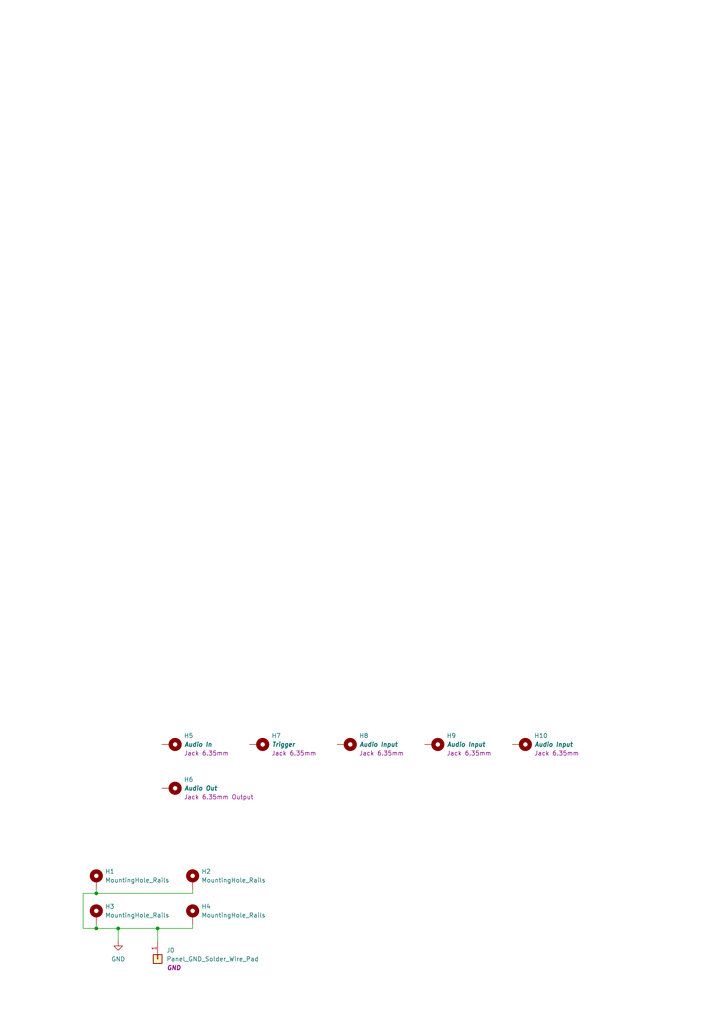
<source format=kicad_sch>
(kicad_sch (version 20250114) (generator "eeschema") (generator_version "9.0")
  (paper "A4" portrait)
  (title_block (title "Kosmo Format Front Panel - 5 cm") (company "DMH Instruments"))
  (lib_symbols
    (symbol "SynthStuff:MountingHole_Jack6.35mm_Output_v2" (pin_numbers (hide yes)) (pin_names (offset 1.016) (hide yes)) (exclude_from_sim yes) (in_bom no)
      (property "Reference" "H" (at 0 5.08 0))
      (property "Value" "SIGNAL NAME" (at 0 3.175 0))
      (property "Description" "Jack 6.35mm Output" (at 0.254 -3.302 0))
      (symbol "MountingHole_Jack6.35mm_Output_v2_0_1"
        (circle (center 0 0) (radius 1.27) (stroke (width 1.27)))
      )
      (symbol "MountingHole_Jack6.35mm_Output_v2_1_1"
        (pin input line (at -3.81 0 0) (length 2.54) (name "1") (number "1"))
      )
    )
    (symbol "SynthStuff:MountingHole_Jack6.35mm_v2" (pin_numbers (hide yes)) (pin_names (offset 1.016) (hide yes)) (exclude_from_sim yes) (in_bom no)
      (property "Reference" "H" (at 0 5.08 0))
      (property "Value" "SIGNAL NAME" (at 0 3.175 0))
      (property "Description" "Jack 6.35mm" (at 0 -3.048 0))
      (symbol "MountingHole_Jack6.35mm_v2_0_1"
        (circle (center 0 0) (radius 1.27) (stroke (width 1.27)))
      )
      (symbol "MountingHole_Jack6.35mm_v2_1_1"
        (pin input line (at -3.81 0 0) (length 2.54) (name "1") (number "1"))
      )
    )
    (symbol "SynthStuff:MountingHole_Rails" (pin_numbers (hide yes)) (pin_names (offset 1.016) (hide yes)) (exclude_from_sim yes) (in_bom no)
      (property "Reference" "H" (at 0 6.35 0))
      (property "Value" "MountingHole_Rails" (at 0 4.445 0))
      (symbol "MountingHole_Rails_0_1"
        (circle (center 0 1.27) (radius 1.27) (stroke (width 1.27)))
      )
      (symbol "MountingHole_Rails_1_1"
        (pin input line (at 0 -2.54 90) (length 2.54) (name "1") (number "1"))
      )
    )
    (symbol "SynthStuff:Panel_GND_Solder_Wire_Pad" (pin_names (offset 1.016) (hide yes)) (in_bom no)
      (property "Reference" "J" (at 0 2.54 0))
      (property "Value" "Panel_GND_Solder_Wire_Pad" (at 0 -5.08 0))
      (property "Function" "Panel GND" (at 0 -2.794 0))
      (symbol "Panel_GND_Solder_Wire_Pad_1_1"
        (rectangle (start -1.27 1.27) (end 1.27 -1.27) (stroke (width 0.254)) (fill (type background)))
        (rectangle (start -1.27 0.127) (end 0 -0.127) (stroke (width 0.1524)))
        (pin power_out line (at -5.08 0 0) (length 3.81) (name "Pin_1") (number "1"))
      )
    )
    (symbol "power:GND" (power) (pin_numbers (hide yes)) (pin_names (offset 0) (hide yes))
      (property "Value" "GND" (at 0 -3.81 0))
      (symbol "GND_0_1"
        (polyline (pts (xy 0 0) (xy 0 -1.27) (xy 1.27 -1.27) (xy 0 -2.54) (xy -1.27 -1.27) (xy 0 -1.27)))
      )
      (symbol "GND_1_1"
        (pin power_in line (at 0 0 270) (length 0) (name "~") (number "1"))
      )
    )
  )
  (junction (at 34.29 269.24))
  (junction (at 45.72 269.24))
  (junction (at 27.94 269.24))
  (junction (at 27.94 259.08))
  (wire (pts (xy 55.88 267.97) (xy 55.88 269.24)))
  (wire (pts (xy 27.94 259.08) (xy 55.88 259.08)))
  (wire (pts (xy 27.94 269.24) (xy 27.94 267.97)))
  (wire (pts (xy 24.13 269.24) (xy 27.94 269.24)))
  (wire (pts (xy 45.72 269.24) (xy 45.72 273.05)))
  (wire (pts (xy 34.29 269.24) (xy 34.29 273.05)))
  (wire (pts (xy 24.13 259.08) (xy 24.13 269.24)))
  (wire (pts (xy 55.88 257.81) (xy 55.88 259.08)))
  (wire (pts (xy 45.72 269.24) (xy 34.29 269.24)))
  (wire (pts (xy 27.94 259.08) (xy 24.13 259.08)))
  (wire (pts (xy 27.94 259.08) (xy 27.94 257.81)))
  (wire (pts (xy 55.88 269.24) (xy 45.72 269.24)))
  (wire (pts (xy 34.29 269.24) (xy 27.94 269.24)))
  (symbol (lib_id "SynthStuff:MountingHole_Rails") (at 55.88 255.27 0) (unit 1) (in_bom no)
    (property "Reference" "H2" (at 58.42 252.7299 0) (effects (justify left)))
    (property "Value" "MountingHole_Rails" (at 58.42 255.2699 0) (effects (justify left)))
    (property "Footprint" "SynthStuff:MountingHole_Rails" (effects (hide yes)))
    (property "Description" "Mounting Hole with connection" (effects (hide yes)))
  )
  (symbol (lib_id "SynthStuff:MountingHole_Jack6.35mm_v2") (at 152.4 215.9 0) (unit 1) (exclude_from_sim yes) (in_bom no)
    (property "Reference" "H10" (at 154.94 213.3599 0) (effects (justify left)))
    (property "Value" "Audio Input" (at 154.94 215.9 0) (effects (font (thickness 0.254) (bold yes) (italic yes)) (justify left)))
    (property "Footprint" "SynthStuff:Jack_6.35mm_Cutout_v3" (effects (hide yes)))
    (property "Description" "Jack 6.35mm" (at 154.94 218.4399 0) (effects (justify left)))
  )
  (symbol (lib_id "SynthStuff:MountingHole_Jack6.35mm_v2") (at 50.8 215.9 0) (unit 1) (exclude_from_sim yes) (in_bom no)
    (property "Reference" "H5" (at 53.34 213.3599 0) (effects (justify left)))
    (property "Value" "Audio In" (at 53.34 215.9 0) (effects (font (thickness 0.254) (bold yes) (italic yes)) (justify left)))
    (property "Footprint" "SynthStuff:Jack_6.35mm_Cutout_v3" (effects (hide yes)))
    (property "Description" "Jack 6.35mm" (at 53.34 218.4399 0) (effects (justify left)))
  )
  (symbol (lib_id "SynthStuff:MountingHole_Jack6.35mm_v2") (at 127 215.9 0) (unit 1) (exclude_from_sim yes) (in_bom no)
    (property "Reference" "H9" (at 129.54 213.3599 0) (effects (justify left)))
    (property "Value" "Audio Input" (at 129.54 215.9 0) (effects (font (thickness 0.254) (bold yes) (italic yes)) (justify left)))
    (property "Footprint" "SynthStuff:Jack_6.35mm_Cutout_v3" (effects (hide yes)))
    (property "Description" "Jack 6.35mm" (at 129.54 218.4399 0) (effects (justify left)))
  )
  (symbol (lib_id "SynthStuff:MountingHole_Jack6.35mm_v2") (at 101.6 215.9 0) (unit 1) (exclude_from_sim yes) (in_bom no)
    (property "Reference" "H8" (at 104.14 213.3599 0) (effects (justify left)))
    (property "Value" "Audio Input" (at 104.14 215.9 0) (effects (font (thickness 0.254) (bold yes) (italic yes)) (justify left)))
    (property "Footprint" "SynthStuff:Jack_6.35mm_Cutout_v3" (effects (hide yes)))
    (property "Description" "Jack 6.35mm" (at 104.14 218.4399 0) (effects (justify left)))
  )
  (symbol (lib_id "SynthStuff:MountingHole_Jack6.35mm_Output_v2") (at 50.8 228.6 0) (unit 1) (exclude_from_sim yes) (in_bom no)
    (property "Reference" "H6" (at 53.34 226.0599 0) (effects (justify left)))
    (property "Value" "Audio Out" (at 53.34 228.6 0) (effects (font (thickness 0.254) (bold yes) (italic yes)) (justify left)))
    (property "Footprint" "SynthStuff:Jack_6.35mm_Cutout_Output_v6" (effects (hide yes)))
    (property "Description" "Jack 6.35mm Output" (at 53.34 231.1399 0) (effects (justify left)))
  )
  (symbol (lib_id "power:GND") (at 34.29 273.05 0) (unit 1)
    (property "Reference" "#PWR01" (effects (hide yes)))
    (property "Value" "GND" (at 34.29 278.13 0))
    (property "Description" "Power symbol creates a global label with name \"GND\" , ground" (effects (hide yes)))
  )
  (symbol (lib_id "SynthStuff:MountingHole_Rails") (at 27.94 265.43 0) (unit 1) (in_bom no)
    (property "Reference" "H3" (at 30.48 262.8899 0) (effects (justify left)))
    (property "Value" "MountingHole_Rails" (at 30.48 265.4299 0) (effects (justify left)))
    (property "Footprint" "SynthStuff:MountingHole_Rails" (effects (hide yes)))
    (property "Description" "Mounting Hole with connection" (effects (hide yes)))
  )
  (symbol (lib_id "SynthStuff:MountingHole_Jack6.35mm_v2") (at 76.2 215.9 0) (unit 1) (exclude_from_sim yes) (in_bom no)
    (property "Reference" "H7" (at 78.74 213.3599 0) (effects (justify left)))
    (property "Value" "Trigger" (at 78.74 215.9 0) (effects (font (thickness 0.254) (bold yes) (italic yes)) (justify left)))
    (property "Footprint" "SynthStuff:Jack_6.35mm_Cutout_v3" (effects (hide yes)))
    (property "Description" "Jack 6.35mm" (at 78.74 218.4399 0) (effects (justify left)))
  )
  (symbol (lib_id "SynthStuff:MountingHole_Rails") (at 55.88 265.43 0) (unit 1) (in_bom no)
    (property "Reference" "H4" (at 58.42 262.8899 0) (effects (justify left)))
    (property "Value" "MountingHole_Rails" (at 58.42 265.4299 0) (effects (justify left)))
    (property "Footprint" "SynthStuff:MountingHole_Rails" (effects (hide yes)))
    (property "Description" "Mounting Hole with connection" (effects (hide yes)))
  )
  (symbol (lib_id "SynthStuff:Panel_GND_Solder_Wire_Pad") (at 45.72 278.13 270) (unit 1) (in_bom no)
    (property "Reference" "J0" (at 48.26 275.5899 90) (effects (justify left)))
    (property "Value" "Panel_GND_Solder_Wire_Pad" (at 48.26 278.1299 90) (effects (justify left)))
    (property "Footprint" "SynthStuff:Panel_GND_SolderWirePad_5x10mm" (effects (hide yes)))
    (property "Description" "Solder pad to allow connection between PCB and Front Panel" (effects (hide yes)))
    (property "Function" "GND" (at 48.26 280.67 90) (effects (font (thickness 0.254) (bold yes) (italic yes)) (justify left)))
  )
  (symbol (lib_id "SynthStuff:MountingHole_Rails") (at 27.94 255.27 0) (unit 1) (in_bom no)
    (property "Reference" "H1" (at 30.48 252.7299 0) (effects (justify left)))
    (property "Value" "MountingHole_Rails" (at 30.48 255.2699 0) (effects (justify left)))
    (property "Footprint" "SynthStuff:MountingHole_Rails" (effects (hide yes)))
    (property "Description" "Mounting Hole with connection" (effects (hide yes)))
  )
)
</source>
